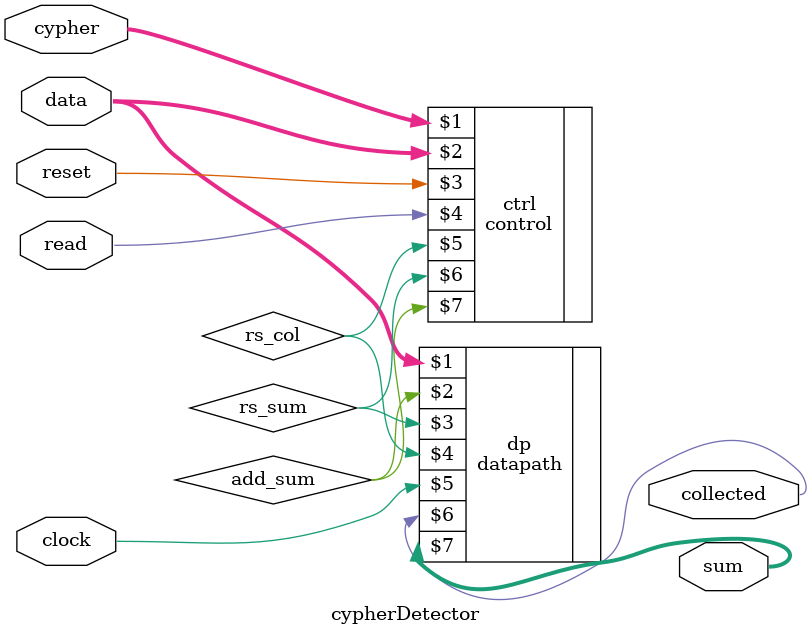
<source format=v>
module cypherDetector(input[15:0] cypher, input[3:0] data, input read, input reset, input clock, output collected, output[7:0] sum);
	wire add_sum, rs_sum, rs_col;
	datapath dp(data, add_sum, rs_sum, rs_col, clock, collected, sum);
	control ctrl(cypher, data, reset, read, rs_col, rs_sum, add_sum);
endmodule
</source>
